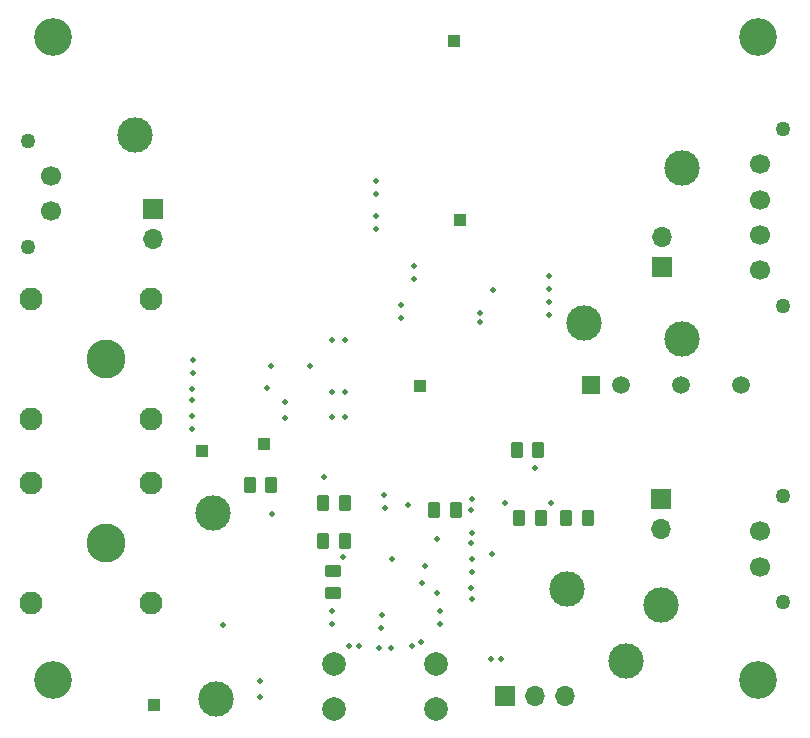
<source format=gbs>
G04 #@! TF.GenerationSoftware,KiCad,Pcbnew,8.0.5*
G04 #@! TF.CreationDate,2024-10-14T19:38:48-05:00*
G04 #@! TF.ProjectId,USBCPowerPCB,55534243-506f-4776-9572-5043422e6b69,rev?*
G04 #@! TF.SameCoordinates,Original*
G04 #@! TF.FileFunction,Soldermask,Bot*
G04 #@! TF.FilePolarity,Negative*
%FSLAX46Y46*%
G04 Gerber Fmt 4.6, Leading zero omitted, Abs format (unit mm)*
G04 Created by KiCad (PCBNEW 8.0.5) date 2024-10-14 19:38:48*
%MOMM*%
%LPD*%
G01*
G04 APERTURE LIST*
G04 Aperture macros list*
%AMRoundRect*
0 Rectangle with rounded corners*
0 $1 Rounding radius*
0 $2 $3 $4 $5 $6 $7 $8 $9 X,Y pos of 4 corners*
0 Add a 4 corners polygon primitive as box body*
4,1,4,$2,$3,$4,$5,$6,$7,$8,$9,$2,$3,0*
0 Add four circle primitives for the rounded corners*
1,1,$1+$1,$2,$3*
1,1,$1+$1,$4,$5*
1,1,$1+$1,$6,$7*
1,1,$1+$1,$8,$9*
0 Add four rect primitives between the rounded corners*
20,1,$1+$1,$2,$3,$4,$5,0*
20,1,$1+$1,$4,$5,$6,$7,0*
20,1,$1+$1,$6,$7,$8,$9,0*
20,1,$1+$1,$8,$9,$2,$3,0*%
G04 Aperture macros list end*
%ADD10C,2.000000*%
%ADD11C,1.950000*%
%ADD12C,3.300000*%
%ADD13C,3.000000*%
%ADD14C,3.200000*%
%ADD15R,1.000000X1.000000*%
%ADD16C,1.270000*%
%ADD17C,1.700000*%
%ADD18R,1.700000X1.700000*%
%ADD19O,1.700000X1.700000*%
%ADD20R,1.500000X1.500000*%
%ADD21C,1.500000*%
%ADD22RoundRect,0.250000X0.262500X0.450000X-0.262500X0.450000X-0.262500X-0.450000X0.262500X-0.450000X0*%
%ADD23RoundRect,0.250000X-0.450000X0.262500X-0.450000X-0.262500X0.450000X-0.262500X0.450000X0.262500X0*%
%ADD24RoundRect,0.250000X-0.262500X-0.450000X0.262500X-0.450000X0.262500X0.450000X-0.262500X0.450000X0*%
%ADD25C,0.500000*%
G04 APERTURE END LIST*
D10*
X137935000Y-144000000D03*
X146575000Y-144000000D03*
X146575000Y-140200000D03*
X137935000Y-140200000D03*
D11*
X122400000Y-119520000D03*
X122400000Y-109360000D03*
D12*
X118600000Y-114440000D03*
D11*
X112240000Y-119520000D03*
X112240000Y-109360000D03*
D13*
X162650000Y-140000000D03*
D14*
X114100000Y-87100000D03*
D13*
X167337500Y-112692500D03*
D15*
X126700000Y-122200000D03*
X122700000Y-143700000D03*
D14*
X173850000Y-141600000D03*
D16*
X175910000Y-94900000D03*
X175910000Y-109900000D03*
D17*
X173950000Y-97900000D03*
X173950000Y-100900000D03*
X173950000Y-103900000D03*
X173950000Y-106900000D03*
D13*
X165610000Y-135199000D03*
D18*
X165650000Y-106640000D03*
D19*
X165650000Y-104100000D03*
D14*
X114100000Y-141600000D03*
D13*
X159050000Y-111350000D03*
X127700000Y-127400000D03*
X167350000Y-98200000D03*
D14*
X173850000Y-87100000D03*
D15*
X148600000Y-102600000D03*
D18*
X165610000Y-126259000D03*
D19*
X165610000Y-128799000D03*
D16*
X175960000Y-125999000D03*
X175960000Y-134999000D03*
D17*
X174000000Y-128999000D03*
X174000000Y-131999000D03*
D13*
X121100000Y-95400000D03*
D15*
X145200000Y-116700000D03*
D18*
X152420000Y-142900000D03*
D19*
X154960000Y-142900000D03*
X157500000Y-142900000D03*
D13*
X127900000Y-143200000D03*
D15*
X148100000Y-87450000D03*
D13*
X157600000Y-133900000D03*
D18*
X122600000Y-101660000D03*
D19*
X122600000Y-104200000D03*
D11*
X122400000Y-135080000D03*
X122400000Y-124920000D03*
D12*
X118600000Y-130000000D03*
D11*
X112240000Y-135080000D03*
X112240000Y-124920000D03*
D16*
X111990000Y-104900000D03*
X111990000Y-95900000D03*
D17*
X113950000Y-101900000D03*
X113950000Y-98900000D03*
D15*
X132000000Y-121600000D03*
D20*
X159700000Y-116600000D03*
D21*
X162240000Y-116600000D03*
X167320000Y-116600000D03*
X172400000Y-116600000D03*
D22*
X148200000Y-127200000D03*
X146375000Y-127200000D03*
D23*
X137850000Y-132375000D03*
X137850000Y-134200000D03*
D24*
X153587500Y-127900000D03*
X155412500Y-127900000D03*
X153375000Y-122100000D03*
X155200000Y-122100000D03*
D22*
X138812500Y-129800000D03*
X136987500Y-129800000D03*
D24*
X157587496Y-127900000D03*
X159412496Y-127900000D03*
X136987500Y-126600000D03*
X138812500Y-126600000D03*
X130787500Y-125100000D03*
X132612500Y-125100000D03*
D25*
X156100000Y-109600000D03*
X149550000Y-127150000D03*
X145400000Y-133400000D03*
X132580000Y-115000000D03*
X141500000Y-99310000D03*
X125900000Y-116900000D03*
X137025000Y-124400000D03*
X143600000Y-110900000D03*
X149550000Y-133800000D03*
X140000000Y-138700000D03*
X156100000Y-110700000D03*
X141500000Y-103410000D03*
X149550000Y-129950000D03*
X125900000Y-119200000D03*
X149575000Y-132400000D03*
X154900000Y-123600000D03*
X137775000Y-135750000D03*
X137775000Y-136850000D03*
X143600000Y-109800000D03*
X156100000Y-108500000D03*
X125900000Y-120300000D03*
X151220000Y-139800000D03*
X125900000Y-117900000D03*
X125950000Y-114490000D03*
X144700000Y-106500000D03*
X146875000Y-135750000D03*
X139200000Y-138700000D03*
X144700000Y-107600000D03*
X149575000Y-126227630D03*
X145600000Y-131900000D03*
X131675000Y-143000000D03*
X144500000Y-138700000D03*
X156100000Y-107400000D03*
X145300000Y-138400000D03*
X150300000Y-110500000D03*
X135856250Y-114993750D03*
X128475000Y-136900000D03*
X146875000Y-136850000D03*
X132200000Y-116850000D03*
X142824685Y-131307700D03*
X125950000Y-115590000D03*
X152020000Y-139800000D03*
X149575000Y-129100000D03*
X141500000Y-102310000D03*
X131675000Y-141700000D03*
X141500000Y-100410000D03*
X149575000Y-134700000D03*
X149575000Y-131300000D03*
X146625000Y-134200000D03*
X146625000Y-129600000D03*
X144200000Y-126775000D03*
X132687499Y-127500000D03*
X137712500Y-119300000D03*
X138800000Y-112800000D03*
X137712500Y-117200000D03*
X138800000Y-119300000D03*
X133800000Y-118012500D03*
X137750000Y-112800000D03*
X133800000Y-119400000D03*
X138800000Y-117200000D03*
X152400000Y-126600000D03*
X141755000Y-138900000D03*
X141900000Y-137200000D03*
X142755000Y-138900000D03*
X141999622Y-136100000D03*
X132612500Y-125100000D03*
X159412496Y-127900000D03*
X136982500Y-129800000D03*
X151300000Y-130900000D03*
X138700000Y-131150000D03*
X142262500Y-127037500D03*
X142125000Y-125900000D03*
X153375000Y-122100000D03*
X156250000Y-126550000D03*
X151350000Y-108550000D03*
X150300000Y-111300000D03*
M02*

</source>
